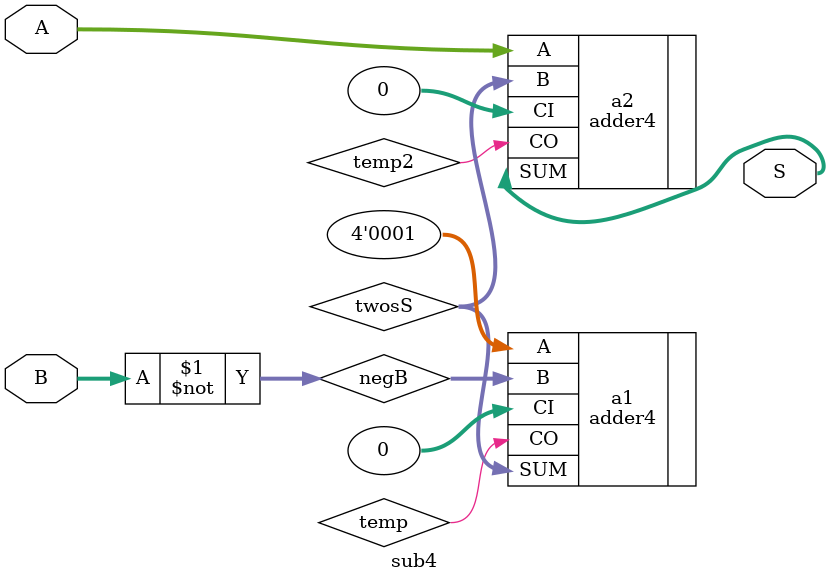
<source format=v>
module sub4(A, B, S);
	input [3:0] A, B;
	output [3:0] S;
	wire [3:0] twosS, negB;
	wire temp, temp2;
	
	assign negB = ~B;
	adder4 a1(.A(4'b0001), .B(negB), .SUM(twosS), .CI(0), .CO(temp));
	adder4 a2(.A(A), .B(twosS), .SUM(S), .CI(0), .CO(temp2));
endmodule
</source>
